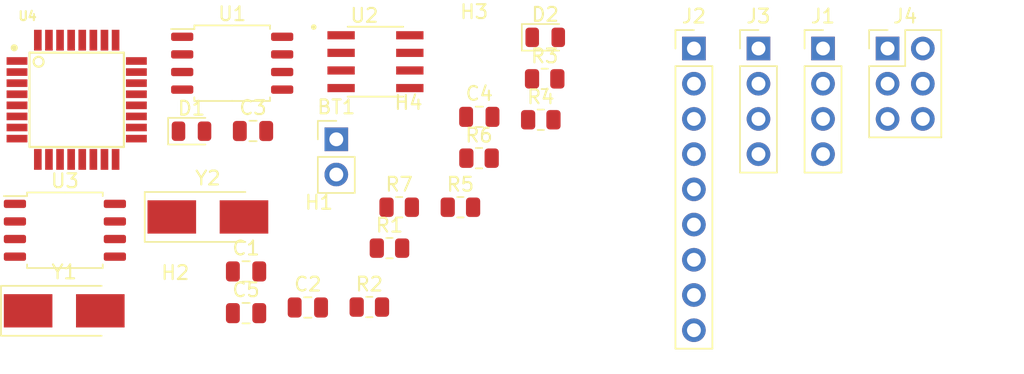
<source format=kicad_pcb>
(kicad_pcb (version 20210623) (generator pcbnew)
  (title_block (title "${project_name}") (date "2021-07-22") (rev "1") (comment 1 "2-Layer PCB version."))
  (layers (0 "F.Cu" mixed) (31 "B.Cu" mixed) (34 "B.Paste" user) (35 "F.Paste" user) (36 "B.SilkS" user "B.Silkscreen") (37 "F.SilkS" user "F.Silkscreen") (38 "B.Mask" user) (39 "F.Mask" user) (44 "Edge.Cuts" user))
  (property "project_name" "MCU Datalogger with memory and clock")
  (net 0 "")
  (net 1 "Net-(U4-Pad18)")
  (net 2 "GND")
  (net 3 "/Vcc")
  (net 4 "Net-(Y2-Pad2)")
  (net 5 "Net-(Y2-Pad1)")
  (net 6 "Net-(U4-Pad20)")
  (net 7 "Net-(R5-Pad2)")
  (net 8 "/SCK")
  (net 9 "Net-(R7-Pad1)")
  (net 10 "/SDA")
  (net 11 "/D2")
  (net 12 "/D3")
  (net 13 "/D4")
  (net 14 "/D5")
  (net 15 "/D6")
  (net 16 "/D7")
  (net 17 "/D8")
  (net 18 "/RX")
  (net 19 "/TX")
  (net 20 "/MISO")
  (net 21 "/MOSI")
  (net 22 "/RESET")
  (net 23 "Net-(U2-Pad3)")
  (net 24 "Net-(R2-Pad2)")
  (net 25 "Net-(U2-Pad1)")
  (net 26 "Net-(Y1-Pad1)")
  (footprint "MountingHole:MountingHole_2.1mm" (layer "F.Cu") (at 225.545 87.418)
    (fp_text reference "H4" (at 0 -3.2) (layer "F.SilkS"))
    (fp_text value "MountingHole")
    (pad "" np_thru_hole circle locked (at 0 0) (size 2.1 2.1) (drill 2.1) (layers *.Cu *.Mask))
  )
  (footprint "Resistor_SMD:R_0805_2012Metric" (layer "F.Cu") (at 224.175 94.718)
    (fp_text reference "R1" (at 0 -1.65) (layer "F.SilkS"))
    (fp_text value "10K")
    (fp_line (start -0.227064 -0.735) (end 0.227064 -0.735) (layer "F.SilkS") (width 0.12))
    (fp_line (start -0.227064 0.735) (end 0.227064 0.735) (layer "F.SilkS") (width 0.12))
    (pad "1" smd roundrect locked (at -0.9125 0) (size 1.025 1.4) (layers "F.Cu" "F.Paste" "F.Mask") (roundrect_rratio 0.243902) (net 3 "/Vcc"))
    (pad "2" smd roundrect locked (at 0.9125 0) (size 1.025 1.4) (layers "F.Cu" "F.Paste" "F.Mask") (roundrect_rratio 0.243902) (net 23 "Net-(U2-Pad3)"))
  )
  (footprint "Package_SO:SOIC-8_5.23x5.23mm_P1.27mm" (layer "F.Cu") (at 200.795 93.428)
    (fp_text reference "U3" (at 0 -3.56) (layer "F.SilkS"))
    (fp_text value "24LC1025")
    (fp_line (start -2.725 2.725) (end -2.725 2.465) (layer "F.SilkS") (width 0.12))
    (fp_line (start 2.725 2.725) (end 2.725 2.465) (layer "F.SilkS") (width 0.12))
    (fp_line (start 0 -2.725) (end -2.725 -2.725) (layer "F.SilkS") (width 0.12))
    (fp_line (start 0 2.725) (end -2.725 2.725) (layer "F.SilkS") (width 0.12))
    (fp_line (start 2.725 -2.725) (end 2.725 -2.465) (layer "F.SilkS") (width 0.12))
    (fp_line (start 0 2.725) (end 2.725 2.725) (layer "F.SilkS") (width 0.12))
    (fp_line (start -2.725 -2.725) (end -2.725 -2.465) (layer "F.SilkS") (width 0.12))
    (fp_line (start -2.725 -2.465) (end -4.4 -2.465) (layer "F.SilkS") (width 0.12))
    (fp_line (start 0 -2.725) (end 2.725 -2.725) (layer "F.SilkS") (width 0.12))
    (pad "1" smd roundrect locked (at -3.6 -1.905) (size 1.6 0.6) (layers "F.Cu" "F.Paste" "F.Mask") (net 3 "/Vcc"))
    (pad "2" smd roundrect locked (at -3.6 -0.635) (size 1.6 0.6) (layers "F.Cu" "F.Paste" "F.Mask") (net 2 "GND"))
    (pad "3" smd roundrect locked (at -3.6 0.635) (size 1.6 0.6) (layers "F.Cu" "F.Paste" "F.Mask") (net 3 "/Vcc"))
    (pad "4" smd roundrect locked (at -3.6 1.905) (size 1.6 0.6) (layers "F.Cu" "F.Paste" "F.Mask") (net 2 "GND"))
    (pad "5" smd roundrect locked (at 3.6 1.905) (size 1.6 0.6) (layers "F.Cu" "F.Paste" "F.Mask") (net 10 "/SDA"))
    (pad "6" smd roundrect locked (at 3.6 0.635) (size 1.6 0.6) (layers "F.Cu" "F.Paste" "F.Mask") (net 8 "/SCK"))
    (pad "7" smd roundrect locked (at 3.6 -0.635) (size 1.6 0.6) (layers "F.Cu" "F.Paste" "F.Mask") (net 2 "GND"))
    (pad "8" smd roundrect locked (at 3.6 -1.905) (size 1.6 0.6) (layers "F.Cu" "F.Paste" "F.Mask") (net 3 "/Vcc"))
  )
  (footprint "Package_SO:SOIC-8_5.23x5.23mm_P1.27mm" (layer "F.Cu") (at 212.845 81.378)
    (fp_text reference "U1" (at 0 -3.56) (layer "F.SilkS"))
    (fp_text value "24LC1025")
    (fp_line (start 2.725 -2.725) (end 2.725 -2.465) (layer "F.SilkS") (width 0.12))
    (fp_line (start 0 2.725) (end 2.725 2.725) (layer "F.SilkS") (width 0.12))
    (fp_line (start -2.725 -2.465) (end -4.4 -2.465) (layer "F.SilkS") (width 0.12))
    (fp_line (start 0 -2.725) (end 2.725 -2.725) (layer "F.SilkS") (width 0.12))
    (fp_line (start 0 -2.725) (end -2.725 -2.725) (layer "F.SilkS") (width 0.12))
    (fp_line (start -2.725 2.725) (end -2.725 2.465) (layer "F.SilkS") (width 0.12))
    (fp_line (start 2.725 2.725) (end 2.725 2.465) (layer "F.SilkS") (width 0.12))
    (fp_line (start -2.725 -2.725) (end -2.725 -2.465) (layer "F.SilkS") (width 0.12))
    (fp_line (start 0 2.725) (end -2.725 2.725) (layer "F.SilkS") (width 0.12))
    (pad "1" smd roundrect locked (at -3.6 -1.905) (size 1.6 0.6) (layers "F.Cu" "F.Paste" "F.Mask") (net 3 "/Vcc"))
    (pad "2" smd roundrect locked (at -3.6 -0.635) (size 1.6 0.6) (layers "F.Cu" "F.Paste" "F.Mask") (net 3 "/Vcc"))
    (pad "3" smd roundrect locked (at -3.6 0.635) (size 1.6 0.6) (layers "F.Cu" "F.Paste" "F.Mask") (net 3 "/Vcc"))
    (pad "4" smd roundrect locked (at -3.6 1.905) (size 1.6 0.6) (layers "F.Cu" "F.Paste" "F.Mask") (net 2 "GND"))
    (pad "5" smd roundrect locked (at 3.6 1.905) (size 1.6 0.6) (layers "F.Cu" "F.Paste" "F.Mask") (net 10 "/SDA"))
    (pad "6" smd roundrect locked (at 3.6 0.635) (size 1.6 0.6) (layers "F.Cu" "F.Paste" "F.Mask") (net 8 "/SCK"))
    (pad "7" smd roundrect locked (at 3.6 -0.635) (size 1.6 0.6) (layers "F.Cu" "F.Paste" "F.Mask") (net 2 "GND"))
    (pad "8" smd roundrect locked (at 3.6 -1.905) (size 1.6 0.6) (layers "F.Cu" "F.Paste" "F.Mask") (net 3 "/Vcc"))
  )
  (footprint "Resistor_SMD:R_0805_2012Metric" (layer "F.Cu") (at 235.075 85.458)
    (fp_text reference "R4" (at 0 -1.65) (layer "F.SilkS"))
    (fp_text value "4.7K")
    (fp_line (start -0.227064 0.735) (end 0.227064 0.735) (layer "F.SilkS") (width 0.12))
    (fp_line (start -0.227064 -0.735) (end 0.227064 -0.735) (layer "F.SilkS") (width 0.12))
    (pad "1" smd roundrect locked (at -0.9125 0) (size 1.025 1.4) (layers "F.Cu" "F.Paste" "F.Mask") (roundrect_rratio 0.243902) (net 3 "/Vcc"))
    (pad "2" smd roundrect locked (at 0.9125 0) (size 1.025 1.4) (layers "F.Cu" "F.Paste" "F.Mask") (roundrect_rratio 0.243902) (net 10 "/SDA"))
  )
  (footprint "Capacitor_SMD:C_0805_2012Metric" (layer "F.Cu") (at 213.845 96.398)
    (fp_text reference "C1" (at 0 -1.68) (layer "F.SilkS"))
    (fp_text value "0.1uF")
    (fp_line (start -0.261252 -0.735) (end 0.261252 -0.735) (layer "F.SilkS") (width 0.12))
    (fp_line (start -0.261252 0.735) (end 0.261252 0.735) (layer "F.SilkS") (width 0.12))
    (pad "1" smd roundrect locked (at -0.95 0) (size 1 1.45) (layers "F.Cu" "F.Paste" "F.Mask") (net 3 "/Vcc"))
    (pad "2" smd roundrect locked (at 0.95 0) (size 1 1.45) (layers "F.Cu" "F.Paste" "F.Mask") (net 2 "GND"))
  )
  (footprint "Resistor_SMD:R_0805_2012Metric" (layer "F.Cu") (at 235.355 82.508)
    (fp_text reference "R3" (at 0 -1.65) (layer "F.SilkS"))
    (fp_text value "4.7K")
    (fp_line (start -0.227064 -0.735) (end 0.227064 -0.735) (layer "F.SilkS") (width 0.12))
    (fp_line (start -0.227064 0.735) (end 0.227064 0.735) (layer "F.SilkS") (width 0.12))
    (pad "1" smd roundrect locked (at -0.9125 0) (size 1.025 1.4) (layers "F.Cu" "F.Paste" "F.Mask") (roundrect_rratio 0.243902) (net 3 "/Vcc"))
    (pad "2" smd roundrect locked (at 0.9125 0) (size 1.025 1.4) (layers "F.Cu" "F.Paste" "F.Mask") (roundrect_rratio 0.243902) (net 8 "/SCK"))
  )
  (footprint "Connector_PinHeader_2.54mm:PinHeader_1x04_P2.54mm_Vertical" (layer "F.Cu") (at 250.755 80.318)
    (fp_text reference "J3" (at 0 -2.33) (layer "F.SilkS"))
    (fp_text value "Conn_01x04_Male")
    (fp_line (start -1.33 8.95) (end 1.33 8.95) (layer "F.SilkS") (width 0.12))
    (fp_line (start -1.33 1.27) (end 1.33 1.27) (layer "F.SilkS") (width 0.12))
    (fp_line (start -1.33 1.27) (end -1.33 8.95) (layer "F.SilkS") (width 0.12))
    (fp_line (start -1.33 0) (end -1.33 -1.33) (layer "F.SilkS") (width 0.12))
    (fp_line (start 1.33 1.27) (end 1.33 8.95) (layer "F.SilkS") (width 0.12))
    (fp_line (start -1.33 -1.33) (end 0 -1.33) (layer "F.SilkS") (width 0.12))
    (pad "1" thru_hole rect locked (at 0 0) (size 1.7 1.7) (drill 1) (layers *.Cu *.Mask) (net 2 "GND"))
    (pad "2" thru_hole oval locked (at 0 2.54) (size 1.7 1.7) (drill 1) (layers *.Cu *.Mask) (net 3 "/Vcc"))
    (pad "3" thru_hole oval locked (at 0 5.08) (size 1.7 1.7) (drill 1) (layers *.Cu *.Mask) (net 18 "/RX"))
    (pad "4" thru_hole oval locked (at 0 7.62) (size 1.7 1.7) (drill 1) (layers *.Cu *.Mask) (net 19 "/TX"))
  )
  (footprint "Capacitor_SMD:C_0805_2012Metric" (layer "F.Cu") (at 218.295 98.998)
    (fp_text reference "C2" (at 0 -1.68) (layer "F.SilkS"))
    (fp_text value "22pF")
    (fp_line (start -0.261252 -0.735) (end 0.261252 -0.735) (layer "F.SilkS") (width 0.12))
    (fp_line (start -0.261252 0.735) (end 0.261252 0.735) (layer "F.SilkS") (width 0.12))
    (pad "1" smd roundrect locked (at -0.95 0) (size 1 1.45) (layers "F.Cu" "F.Paste" "F.Mask") (net 2 "GND"))
    (pad "2" smd roundrect locked (at 0.95 0) (size 1 1.45) (layers "F.Cu" "F.Paste" "F.Mask") (net 4 "Net-(Y2-Pad2)"))
  )
  (footprint "Resistor_SMD:R_0805_2012Metric" (layer "F.Cu") (at 230.625 88.228)
    (fp_text reference "R6" (at 0 -1.65) (layer "F.SilkS"))
    (fp_text value "10K")
    (fp_line (start -0.227064 0.735) (end 0.227064 0.735) (layer "F.SilkS") (width 0.12))
    (fp_line (start -0.227064 -0.735) (end 0.227064 -0.735) (layer "F.SilkS") (width 0.12))
    (pad "1" smd roundrect locked (at -0.9125 0) (size 1.025 1.4) (layers "F.Cu" "F.Paste" "F.Mask") (roundrect_rratio 0.243902) (net 3 "/Vcc"))
    (pad "2" smd roundrect locked (at 0.9125 0) (size 1.025 1.4) (layers "F.Cu" "F.Paste" "F.Mask") (roundrect_rratio 0.243902) (net 22 "/RESET"))
  )
  (footprint "MountingHole:MountingHole_2.1mm" (layer "F.Cu") (at 219.095 94.618)
    (fp_text reference "H1" (at 0 -3.2) (layer "F.SilkS"))
    (fp_text value "MountingHole")
    (pad "" np_thru_hole circle locked (at 0 0) (size 2.1 2.1) (drill 2.1) (layers *.Cu *.Mask))
  )
  (footprint "LED_SMD:LED_0805_2012Metric" (layer "F.Cu") (at 209.915 86.283)
    (fp_text reference "D1" (at 0 -1.65) (layer "F.SilkS"))
    (fp_text value "LED")
    (fp_line (start -1.685 0.96) (end 1 0.96) (layer "F.SilkS") (width 0.12))
    (fp_line (start -1.685 -0.96) (end -1.685 0.96) (layer "F.SilkS") (width 0.12))
    (fp_line (start 1 -0.96) (end -1.685 -0.96) (layer "F.SilkS") (width 0.12))
    (pad "1" smd roundrect locked (at -0.9375 0) (size 0.975 1.4) (layers "F.Cu" "F.Paste" "F.Mask") (net 7 "Net-(R5-Pad2)"))
    (pad "2" smd roundrect locked (at 0.9375 0) (size 0.975 1.4) (layers "F.Cu" "F.Paste" "F.Mask") (net 8 "/SCK"))
  )
  (footprint "Resistor_SMD:R_0805_2012Metric" (layer "F.Cu") (at 224.875 91.768)
    (fp_text reference "R7" (at 0 -1.65) (layer "F.SilkS"))
    (fp_text value "330")
    (fp_line (start -0.227064 -0.735) (end 0.227064 -0.735) (layer "F.SilkS") (width 0.12))
    (fp_line (start -0.227064 0.735) (end 0.227064 0.735) (layer "F.SilkS") (width 0.12))
    (pad "1" smd roundrect locked (at -0.9125 0) (size 1.025 1.4) (layers "F.Cu" "F.Paste" "F.Mask") (roundrect_rratio 0.243902) (net 9 "Net-(R7-Pad1)"))
    (pad "2" smd roundrect locked (at 0.9125 0) (size 1.025 1.4) (layers "F.Cu" "F.Paste" "F.Mask") (roundrect_rratio 0.243902) (net 2 "GND"))
  )
  (footprint "Resistor_SMD:R_0805_2012Metric" (layer "F.Cu") (at 229.285 91.768)
    (fp_text reference "R5" (at 0 -1.65) (layer "F.SilkS"))
    (fp_text value "330")
    (fp_line (start -0.227064 0.735) (end 0.227064 0.735) (layer "F.SilkS") (width 0.12))
    (fp_line (start -0.227064 -0.735) (end 0.227064 -0.735) (layer "F.SilkS") (width 0.12))
    (pad "1" smd roundrect locked (at -0.9125 0) (size 1.025 1.4) (layers "F.Cu" "F.Paste" "F.Mask") (roundrect_rratio 0.243902) (net 2 "GND"))
    (pad "2" smd roundrect locked (at 0.9125 0) (size 1.025 1.4) (layers "F.Cu" "F.Paste" "F.Mask") (roundrect_rratio 0.243902) (net 7 "Net-(R5-Pad2)"))
  )
  (footprint "Connector_PinHeader_2.54mm:PinHeader_2x03_P2.54mm_Vertical" (layer "F.Cu") (at 260.055 80.318)
    (fp_text reference "J4" (at 1.27 -2.33) (layer "F.SilkS"))
    (fp_text value "Conn_02x03_Odd_Even")
    (fp_line (start -1.33 -1.33) (end 0 -1.33) (layer "F.SilkS") (width 0.12))
    (fp_line (start -1.33 6.41) (end 3.87 6.41) (layer "F.SilkS") (width 0.12))
    (fp_line (start -1.33 1.27) (end 1.27 1.27) (layer "F.SilkS") (width 0.12))
    (fp_line (start -1.33 0) (end -1.33 -1.33) (layer "F.SilkS") (width 0.12))
    (fp_line (start 3.87 -1.33) (end 3.87 6.41) (layer "F.SilkS") (width 0.12))
    (fp_line (start 1.27 1.27) (end 1.27 -1.33) (layer "F.SilkS") (width 0.12))
    (fp_line (start 1.27 -1.33) (end 3.87 -1.33) (layer "F.SilkS") (width 0.12))
    (fp_line (start -1.33 1.27) (end -1.33 6.41) (layer "F.SilkS") (width 0.12))
    (pad "1" thru_hole rect locked (at 0 0) (size 1.7 1.7) (drill 1) (layers *.Cu *.Mask) (net 20 "/MISO"))
    (pad "2" thru_hole oval locked (at 2.54 0) (size 1.7 1.7) (drill 1) (layers *.Cu *.Mask) (net 3 "/Vcc"))
    (pad "3" thru_hole oval locked (at 0 2.54) (size 1.7 1.7) (drill 1) (layers *.Cu *.Mask) (net 8 "/SCK"))
    (pad "4" thru_hole oval locked (at 2.54 2.54) (size 1.7 1.7) (drill 1) (layers *.Cu *.Mask) (net 21 "/MOSI"))
    (pad "5" thru_hole oval locked (at 0 5.08) (size 1.7 1.7) (drill 1) (layers *.Cu *.Mask) (net 22 "/RESET"))
    (pad "6" thru_hole oval locked (at 2.54 5.08) (size 1.7 1.7) (drill 1) (layers *.Cu *.Mask) (net 2 "GND"))
  )
  (footprint "Crystal:Crystal_SMD_5032-2Pin_5.0x3.2mm_HandSoldering" (layer "F.Cu") (at 211.095 92.468)
    (fp_text reference "Y2" (at 0 -2.8) (layer "F.SilkS"))
    (fp_text value "16 MHz")
    (fp_line (start -4.55 -1.8) (end -4.55 1.8) (layer "F.SilkS") (width 0.12))
    (fp_line (start -4.55 1.8) (end 2.7 1.8) (layer "F.SilkS") (width 0.12))
    (fp_line (start 2.7 -1.8) (end -4.55 -1.8) (layer "F.SilkS") (width 0.12))
    (pad "1" smd rect locked (at -2.6 0) (size 3.5 2.4) (layers "F.Cu" "F.Paste" "F.Mask") (net 5 "Net-(Y2-Pad1)"))
    (pad "2" smd rect locked (at 2.6 0) (size 3.5 2.4) (layers "F.Cu" "F.Paste" "F.Mask") (net 4 "Net-(Y2-Pad2)"))
  )
  (footprint "Connector_PinHeader_2.54mm:PinHeader_1x02_P2.54mm_Vertical" (layer "F.Cu") (at 220.345 86.868)
    (fp_text reference "BT1" (at 0 -2.33) (layer "F.SilkS"))
    (fp_text value "Battery")
    (fp_line (start -1.33 3.87) (end 1.33 3.87) (layer "F.SilkS") (width 0.12))
    (fp_line (start -1.33 1.27) (end 1.33 1.27) (layer "F.SilkS") (width 0.12))
    (fp_line (start -1.33 -1.33) (end 0 -1.33) (layer "F.SilkS") (width 0.12))
    (fp_line (start -1.33 1.27) (end -1.33 3.87) (layer "F.SilkS") (width 0.12))
    (fp_line (start 1.33 1.27) (end 1.33 3.87) (layer "F.SilkS") (width 0.12))
    (fp_line (start -1.33 0) (end -1.33 -1.33) (layer "F.SilkS") (width 0.12))
    (pad "1" thru_hole rect locked (at 0 0) (size 1.7 1.7) (drill 1) (layers *.Cu *.Mask) (net 1 "Net-(U4-Pad18)"))
    (pad "2" thru_hole oval locked (at 0 2.54) (size 1.7 1.7) (drill 1) (layers *.Cu *.Mask) (net 2 "GND"))
  )
  (footprint "MountingHole:MountingHole_2.1mm" (layer "F.Cu") (at 208.745 99.688)
    (fp_text reference "H2" (at 0 -3.2) (layer "F.SilkS"))
    (fp_text value "MountingHole")
    (pad "" np_thru_hole circle locked (at 0 0) (size 2.1 2.1) (drill 2.1) (layers *.Cu *.Mask))
  )
  (footprint "Capacitor_SMD:C_0805_2012Metric" (layer "F.Cu") (at 213.845 99.408)
    (fp_text reference "C5" (at 0 -1.68) (layer "F.SilkS"))
    (fp_text value "100nF")
    (fp_line (start -0.261252 0.735) (end 0.261252 0.735) (layer "F.SilkS") (width 0.12))
    (fp_line (start -0.261252 -0.735) (end 0.261252 -0.735) (layer "F.SilkS") (width 0.12))
    (pad "1" smd roundrect locked (at -0.95 0) (size 1 1.45) (layers "F.Cu" "F.Paste" "F.Mask") (net 1 "Net-(U4-Pad18)"))
    (pad "2" smd roundrect locked (at 0.95 0) (size 1 1.45) (layers "F.Cu" "F.Paste" "F.Mask") (net 2 "GND"))
  )
  (footprint "Capacitor_SMD:C_0805_2012Metric" (layer "F.Cu") (at 230.645 85.248)
    (fp_text reference "C4" (at 0 -1.68) (layer "F.SilkS"))
    (fp_text value "0.1uF")
    (fp_line (start -0.261252 0.735) (end 0.261252 0.735) (layer "F.SilkS") (width 0.12))
    (fp_line (start -0.261252 -0.735) (end 0.261252 -0.735) (layer "F.SilkS") (width 0.12))
    (pad "1" smd roundrect locked (at -0.95 0) (size 1 1.45) (layers "F.Cu" "F.Paste" "F.Mask") (net 2 "GND"))
    (pad "2" smd roundrect locked (at 0.95 0) (size 1 1.45) (layers "F.Cu" "F.Paste" "F.Mask") (net 6 "Net-(U4-Pad20)"))
  )
  (footprint "MountingHole:MountingHole_2.1mm" (layer "F.Cu") (at 230.275 80.868)
    (fp_text reference "H3" (at 0 -3.2) (layer "F.SilkS"))
    (fp_text value "MountingHole")
    (pad "" np_thru_hole circle locked (at 0 0) (size 2.1 2.1) (drill 2.1) (layers *.Cu *.Mask))
  )
  (footprint "LED_SMD:LED_0805_2012Metric" (layer "F.Cu") (at 235.395 79.513)
    (fp_text reference "D2" (at 0 -1.65) (layer "F.SilkS"))
    (fp_text value "LED")
    (fp_line (start 1 -0.96) (end -1.685 -0.96) (layer "F.SilkS") (width 0.12))
    (fp_line (start -1.685 0.96) (end 1 0.96) (layer "F.SilkS") (width 0.12))
    (fp_line (start -1.685 -0.96) (end -1.685 0.96) (layer "F.SilkS") (width 0.12))
    (pad "1" smd roundrect locked (at -0.9375 0) (size 0.975 1.4) (layers "F.Cu" "F.Paste" "F.Mask") (net 9 "Net-(R7-Pad1)"))
    (pad "2" smd roundrect locked (at 0.9375 0) (size 0.975 1.4) (layers "F.Cu" "F.Paste" "F.Mask") (net 1 "Net-(U4-Pad18)"))
  )
  (footprint "Resistor_SMD:R_0805_2012Metric" (layer "F.Cu") (at 222.725 98.968)
    (fp_text reference "R2" (at 0 -1.65) (layer "F.SilkS"))
    (fp_text value "10K")
    (fp_line (start -0.227064 0.735) (end 0.227064 0.735) (layer "F.SilkS") (width 0.12))
    (fp_line (start -0.227064 -0.735) (end 0.227064 -0.735) (layer "F.SilkS") (width 0.12))
    (pad "1" smd roundrect locked (at -0.9125 0) (size 1.025 1.4) (layers "F.Cu" "F.Paste" "F.Mask") (roundrect_rratio 0.243902) (net 3 "/Vcc"))
    (pad "2" smd roundrect locked (at 0.9125 0) (size 1.025 1.4) (layers "F.Cu" "F.Paste" "F.Mask") (roundrect_rratio 0.243902) (net 24 "Net-(R2-Pad2)"))
  )
  (footprint "Capacitor_SMD:C_0805_2012Metric" (layer "F.Cu") (at 214.345 86.268)
    (fp_text reference "C3" (at 0 -1.68) (layer "F.SilkS"))
    (fp_text value "22pF")
    (fp_line (start -0.261252 -0.735) (end 0.261252 -0.735) (layer "F.SilkS") (width 0.12))
    (fp_line (start -0.261252 0.735) (end 0.261252 0.735) (layer "F.SilkS") (width 0.12))
    (pad "1" smd roundrect locked (at -0.95 0) (size 1 1.45) (layers "F.Cu" "F.Paste" "F.Mask") (net 2 "GND"))
    (pad "2" smd roundrect locked (at 0.95 0) (size 1 1.45) (layers "F.Cu" "F.Paste" "F.Mask") (net 5 "Net-(Y2-Pad1)"))
  )
  (footprint "Footprints:QFP80P900X900X120-32N" (layer "F.Cu") (at 201.645 84.018)
    (fp_text reference "U4" (at -3.543445 -6.038067) (layer "F.SilkS") (effects (font (size 0.641239 0.641239))))
    (fp_text value "ATMEGA328P-AU")
    (fp_line (start 3.4 3.4) (end -3.4 3.4) (layer "F.SilkS") (width 0.1524))
    (fp_line (start 3.4 -3.4) (end 3.4 3.4) (layer "F.SilkS") (width 0.1524))
    (fp_line (start -3.4 -3.4) (end 3.4 -3.4) (layer "F.SilkS") (width 0.1524))
    (fp_line (start -3.4 3.4) (end -3.4 -3.4) (layer "F.SilkS") (width 0.1524))
    (fp_circle (center -2.7432 -2.7432) (end -2.384 -2.7432) (layer "F.SilkS") (width 0.1524) (fill none))
    (fp_circle (center -4.5 -3.75) (end -4.246 -3.75) (layer "F.SilkS") (width 0) (fill solid))
    (pad "1" smd rect locked (at -4.3 -2.8) (size 1.5 0.55) (layers "F.Cu" "F.Paste" "F.Mask") (net 12 "/D3"))
    (pad "2" smd rect locked (at -4.3 -2) (size 1.5 0.55) (layers "F.Cu" "F.Paste" "F.Mask") (net 13 "/D4"))
    (pad "3" smd rect locked (at -4.3 -1.2) (size 1.5 0.55) (layers "F.Cu" "F.Paste" "F.Mask") (net 2 "GND"))
    (pad "4" smd rect locked (at -4.3 -0.4) (size 1.5 0.55) (layers "F.Cu" "F.Paste" "F.Mask") (net 1 "Net-(U4-Pad18)"))
    (pad "5" smd rect locked (at -4.3 0.4) (size 1.5 0.55) (layers "F.Cu" "F.Paste" "F.Mask") (net 2 "GND"))
    (pad "6" smd rect locked (at -4.3 1.2) (size 1.5 0.55) (layers "F.Cu" "F.Paste" "F.Mask"))
    (pad "7" smd rect locked (at -4.3 2) (size 1.5 0.55) (layers "F.Cu" "F.Paste" "F.Mask") (net 4 "Net-(Y2-Pad2)"))
    (pad "8" smd rect locked (at -4.3 2.8) (size 1.5 0.55) (layers "F.Cu" "F.Paste" "F.Mask") (net 5 "Net-(Y2-Pad1)"))
    (pad "9" smd rect locked (at -2.8 4.3) (size 0.55 1.5) (layers "F.Cu" "F.Paste" "F.Mask") (net 14 "/D5"))
    (pad "10" smd rect locked (at -2 4.3) (size 0.55 1.5) (layers "F.Cu" "F.Paste" "F.Mask") (net 15 "/D6"))
    (pad "11" smd rect locked (at -1.2 4.3) (size 0.55 1.5) (layers "F.Cu" "F.Paste" "F.Mask") (net 16 "/D7"))
    (pad "12" smd rect locked (at -0.4 4.3) (size 0.55 1.5) (layers "F.Cu" "F.Paste" "F.Mask") (net 17 "/D8"))
    (pad "13" smd rect locked (at 0.4 4.3) (size 0.55 1.5) (layers "F.Cu" "F.Paste" "F.Mask"))
    (pad "14" smd rect locked (at 1.2 4.3) (size 0.55 1.5) (layers "F.Cu" "F.Paste" "F.Mask"))
    (pad "15" smd rect locked (at 2 4.3) (size 0.55 1.5) (layers "F.Cu" "F.Paste" "F.Mask") (net 21 "/MOSI"))
    (pad "16" smd rect locked (at 2.8 4.3) (size 0.55 1.5) (layers "F.Cu" "F.Paste" "F.Mask") (net 20 "/MISO"))
    (pad "17" smd rect locked (at 4.3 2.8) (size 1.5 0.55) (layers "F.Cu" "F.Paste" "F.Mask") (net 8 "/SCK"))
    (pad "18" smd rect locked (at 4.3 2) (size 1.5 0.55) (layers "F.Cu" "F.Paste" "F.Mask") (net 1 "Net-(U4-Pad18)"))
    (pad "19" smd rect locked (at 4.3 1.2) (size 1.5 0.55) (layers "F.Cu" "F.Paste" "F.Mask"))
    (pad "20" smd rect locked (at 4.3 0.4) (size 1.5 0.55) (layers "F.Cu" "F.Paste" "F.Mask") (net 6 "Net-(U4-Pad20)"))
    (pad "21" smd rect locked (at 4.3 -0.4) (size 1.5 0.55) (layers "F.Cu" "F.Paste" "F.Mask") (net 2 "GND"))
    (pad "22" smd rect locked (at 4.3 -1.2) (size 1.5 0.55) (layers "F.Cu" "F.Paste" "F.Mask"))
    (pad "23" smd rect locked (at 4.3 -2) (size 1.5 0.55) (layers "F.Cu" "F.Paste" "F.Mask"))
    (pad "24" smd rect locked (at 4.3 -2.8) (size 1.5 0.55) (layers "F.Cu" "F.Paste" "F.Mask"))
    (pad "25" smd rect locked (at 2.8 -4.3) (size 0.55 1.5) (layers "F.Cu" "F.Paste" "F.Mask"))
    (pad "26" smd rect locked (at 2 -4.3) (size 0.55 1.5) (layers "F.Cu" "F.Paste" "F.Mask"))
    (pad "27" smd rect locked (at 1.2 -4.3) (size 0.55 1.5) (layers "F.Cu" "F.Paste" "F.Mask") (net 10 "/SDA"))
    (pad "28" smd rect locked (at 0.4 -4.3) (size 0.55 1.5) (layers "F.Cu" "F.Paste" "F.Mask") (net 8 "/SCK"))
    (pad "29" smd rect locked (at -0.4 -4.3) (size 0.55 1.5) (layers "F.Cu" "F.Paste" "F.Mask") (net 22 "/RESET"))
    (pad "30" smd rect locked (at -1.2 -4.3) (size 0.55 1.5) (layers "F.Cu" "F.Paste" "F.Mask") (net 18 "/RX"))
    (pad "31" smd rect locked (at -2 -4.3) (size 0.55 1.5) (layers "F.Cu" "F.Paste" "F.Mask") (net 19 "/TX"))
    (pad "32" smd rect locked (at -2.8 -4.3) (size 0.55 1.5) (layers "F.Cu" "F.Paste" "F.Mask") (net 11 "/D2"))
  )
  (footprint "Connector_PinHeader_2.54mm:PinHeader_1x04_P2.54mm_Vertical" (layer "F.Cu") (at 255.405 80.318)
    (fp_text reference "J1" (at 0 -2.33) (layer "F.SilkS"))
    (fp_text value "Conn_01x04_Male")
    (fp_line (start -1.33 0) (end -1.33 -1.33) (layer "F.SilkS") (width 0.12))
    (fp_line (start -1.33 8.95) (end 1.33 8.95) (layer "F.SilkS") (width 0.12))
    (fp_line (start -1.33 1.27) (end -1.33 8.95) (layer "F.SilkS") (width 0.12))
    (fp_line (start -1.33 1.27) (end 1.33 1.27) (layer "F.SilkS") (width 0.12))
    (fp_line (start -1.33 -1.33) (end 0 -1.33) (layer "F.SilkS") (width 0.12))
    (fp_line (start 1.33 1.27) (end 1.33 8.95) (layer "F.SilkS") (width 0.12))
    (pad "1" thru_hole rect locked (at 0 0) (size 1.7 1.7) (drill 1) (layers *.Cu *.Mask) (net 2 "GND"))
    (pad "2" thru_hole oval locked (at 0 2.54) (size 1.7 1.7) (drill 1) (layers *.Cu *.Mask) (net 3 "/Vcc"))
    (pad "3" thru_hole oval locked (at 0 5.08) (size 1.7 1.7) (drill 1) (layers *.Cu *.Mask) (net 10 "/SDA"))
    (pad "4" thru_hole oval locked (at 0 7.62) (size 1.7 1.7) (drill 1) (layers *.Cu *.Mask) (net 8 "/SCK"))
  )
  (footprint "Connector_PinHeader_2.54mm:PinHeader_1x09_P2.54mm_Vertical" (layer "F.Cu") (at 246.105 80.318)
    (fp_text reference "J2" (at 0 -2.33) (layer "F.SilkS"))
    (fp_text value "Conn_01x09_Male")
    (fp_line (start -1.33 0) (end -1.33 -1.33) (layer "F.SilkS") (width 0.12))
    (fp_line (start 1.33 1.27) (end 1.33 21.65) (layer "F.SilkS") (width 0.12))
    (fp_line (start -1.33 1.27) (end 1.33 1.27) (layer "F.SilkS") (width 0.12))
    (fp_line (start -1.33 -1.33) (end 0 -1.33) (layer "F.SilkS") (width 0.12))
    (fp_line (start -1.33 1.27) (end -1.33 21.65) (layer "F.SilkS") (width 0.12))
    (fp_line (start -1.33 21.65) (end 1.33 21.65) (layer "F.SilkS") (width 0.12))
    (pad "1" thru_hole rect locked (at 0 0) (size 1.7 1.7) (drill 1) (layers *.Cu *.Mask) (net 11 "/D2"))
    (pad "2" thru_hole oval locked (at 0 2.54) (size 1.7 1.7) (drill 1) (layers *.Cu *.Mask) (net 12 "/D3"))
    (pad "3" thru_hole oval locked (at 0 5.08) (size 1.7 1.7) (drill 1) (layers *.Cu *.Mask) (net 13 "/D4"))
    (pad "4" thru_hole oval locked (at 0 7.62) (size 1.7 1.7) (drill 1) (layers *.Cu *.Mask) (net 14 "/D5"))
    (pad "5" thru_hole oval locked (at 0 10.16) (size 1.7 1.7) (drill 1) (layers *.Cu *.Mask) (net 15 "/D6"))
    (pad "6" thru_hole oval locked (at 0 12.7) (size 1.7 1.7) (drill 1) (layers *.Cu *.Mask) (net 16 "/D7"))
    (pad "7" thru_hole oval locked (at 0 15.24) (size 1.7 1.7) (drill 1) (layers *.Cu *.Mask) (net 17 "/D8"))
    (pad "8" thru_hole oval locked (at 0 17.78) (size 1.7 1.7) (drill 1) (layers *.Cu *.Mask) (net 2 "GND"))
    (pad "9" thru_hole oval locked (at 0 20.32) (size 1.7 1.7) (drill 1) (layers *.Cu *.Mask) (net 3 "/Vcc"))
  )
  (footprint "Footprints:SOIC127P600X175-8N" (layer "F.Cu") (at 223.165 81.268)
    (fp_text reference "U2" (at -0.795 -3.332) (layer "F.SilkS"))
    (fp_text value "DS1337S+")
    (fp_line (start -2 2.52) (end 2 2.52) (layer "F.SilkS") (width 0.127))
    (fp_line (start -2 -2.52) (end 2 -2.52) (layer "F.SilkS") (width 0.127))
    (fp_circle (center -4.445 -2.495) (end -4.345 -2.495) (layer "F.SilkS") (width 0.2) (fill none))
    (pad "1" smd rect locked (at -2.475 -1.905) (size 1.97 0.59) (layers "F.Cu" "F.Paste" "F.Mask") (net 25 "Net-(U2-Pad1)"))
    (pad "2" smd rect locked (at -2.475 -0.635) (size 1.97 0.59) (layers "F.Cu" "F.Paste" "F.Mask") (net 26 "Net-(Y1-Pad1)"))
    (pad "3" smd rect locked (at -2.475 0.635) (size 1.97 0.59) (layers "F.Cu" "F.Paste" "F.Mask") (net 23 "Net-(U2-Pad3)"))
    (pad "4" smd rect locked (at -2.475 1.905) (size 1.97 0.59) (layers "F.Cu" "F.Paste" "F.Mask") (net 2 "GND"))
    (pad "5" smd rect locked (at 2.475 1.905) (size 1.97 0.59) (layers "F.Cu" "F.Paste" "F.Mask") (net 10 "/SDA"))
    (pad "6" smd rect locked (at 2.475 0.635) (size 1.97 0.59) (layers "F.Cu" "F.Paste" "F.Mask") (net 8 "/SCK"))
    (pad "7" smd rect locked (at 2.475 -0.635) (size 1.97 0.59) (layers "F.Cu" "F.Paste" "F.Mask") (net 24 "Net-(R2-Pad2)"))
    (pad "8" smd rect locked (at 2.475 -1.905) (size 1.97 0.59) (layers "F.Cu" "F.Paste" "F.Mask") (net 3 "/Vcc"))
  )
  (footprint "Crystal:Crystal_SMD_5032-2Pin_5.0x3.2mm_HandSoldering" (layer "F.Cu") (at 200.745 99.238)
    (fp_text reference "Y1" (at 0 -2.8) (layer "F.SilkS"))
    (fp_text value "32.768 KHz")
    (fp_line (start -4.55 1.8) (end 2.7 1.8) (layer "F.SilkS") (width 0.12))
    (fp_line (start 2.7 -1.8) (end -4.55 -1.8) (layer "F.SilkS") (width 0.12))
    (fp_line (start -4.55 -1.8) (end -4.55 1.8) (layer "F.SilkS") (width 0.12))
    (pad "1" smd rect locked (at -2.6 0) (size 3.5 2.4) (layers "F.Cu" "F.Paste" "F.Mask") (net 26 "Net-(Y1-Pad1)"))
    (pad "2" smd rect locked (at 2.6 0) (size 3.5 2.4) (layers "F.Cu" "F.Paste" "F.Mask") (net 25 "Net-(U2-Pad1)"))
  )
)
</source>
